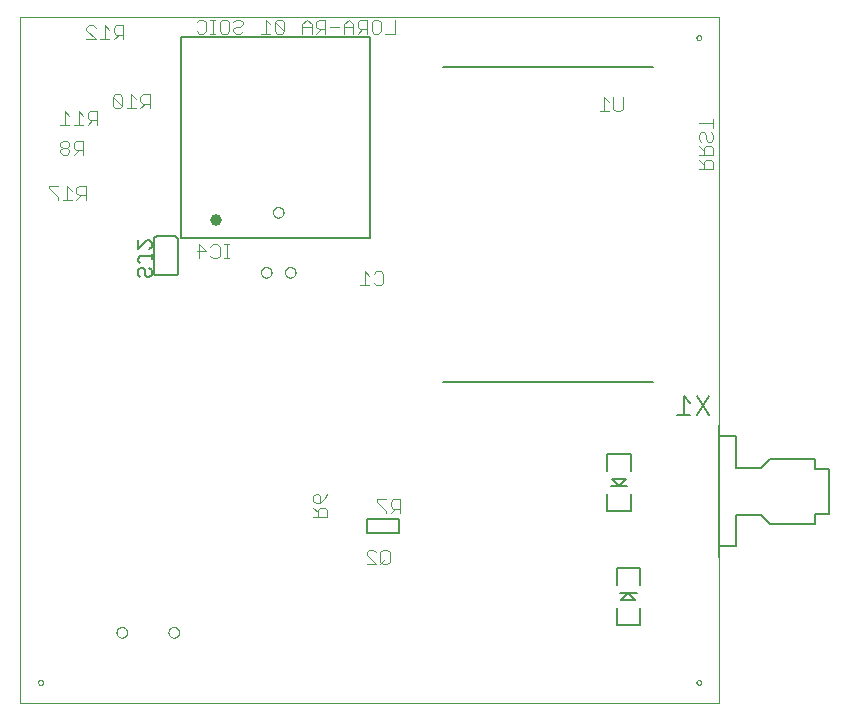
<source format=gbo>
G04 EAGLE Gerber X2 export*
G75*
%MOMM*%
%FSLAX34Y34*%
%LPD*%
%AMOC8*
5,1,8,0,0,1.08239X$1,22.5*%
G01*
%ADD10C,0.000000*%
%ADD11C,0.203200*%
%ADD12C,0.101600*%
%ADD13C,0.127000*%
%ADD14C,1.000000*%
%ADD15C,0.152400*%


D10*
X0Y0D02*
X591820Y0D01*
X591820Y580390D01*
X0Y580390D01*
X0Y0D01*
X572516Y17272D02*
X572518Y17362D01*
X572524Y17452D01*
X572534Y17541D01*
X572548Y17630D01*
X572566Y17718D01*
X572587Y17805D01*
X572613Y17891D01*
X572642Y17976D01*
X572675Y18060D01*
X572712Y18142D01*
X572752Y18222D01*
X572796Y18301D01*
X572843Y18377D01*
X572894Y18452D01*
X572947Y18524D01*
X573004Y18593D01*
X573064Y18660D01*
X573127Y18725D01*
X573193Y18786D01*
X573261Y18845D01*
X573332Y18900D01*
X573405Y18952D01*
X573481Y19001D01*
X573558Y19047D01*
X573638Y19089D01*
X573719Y19127D01*
X573802Y19162D01*
X573886Y19193D01*
X573972Y19221D01*
X574058Y19244D01*
X574146Y19264D01*
X574235Y19280D01*
X574324Y19292D01*
X574413Y19300D01*
X574503Y19304D01*
X574593Y19304D01*
X574683Y19300D01*
X574772Y19292D01*
X574861Y19280D01*
X574950Y19264D01*
X575038Y19244D01*
X575124Y19221D01*
X575210Y19193D01*
X575294Y19162D01*
X575377Y19127D01*
X575458Y19089D01*
X575538Y19047D01*
X575615Y19001D01*
X575691Y18952D01*
X575764Y18900D01*
X575835Y18845D01*
X575903Y18786D01*
X575969Y18725D01*
X576032Y18660D01*
X576092Y18593D01*
X576149Y18524D01*
X576202Y18452D01*
X576253Y18377D01*
X576300Y18301D01*
X576344Y18222D01*
X576384Y18142D01*
X576421Y18060D01*
X576454Y17976D01*
X576483Y17891D01*
X576509Y17805D01*
X576530Y17718D01*
X576548Y17630D01*
X576562Y17541D01*
X576572Y17452D01*
X576578Y17362D01*
X576580Y17272D01*
X576578Y17182D01*
X576572Y17092D01*
X576562Y17003D01*
X576548Y16914D01*
X576530Y16826D01*
X576509Y16739D01*
X576483Y16653D01*
X576454Y16568D01*
X576421Y16484D01*
X576384Y16402D01*
X576344Y16322D01*
X576300Y16243D01*
X576253Y16167D01*
X576202Y16092D01*
X576149Y16020D01*
X576092Y15951D01*
X576032Y15884D01*
X575969Y15819D01*
X575903Y15758D01*
X575835Y15699D01*
X575764Y15644D01*
X575691Y15592D01*
X575615Y15543D01*
X575538Y15497D01*
X575458Y15455D01*
X575377Y15417D01*
X575294Y15382D01*
X575210Y15351D01*
X575124Y15323D01*
X575038Y15300D01*
X574950Y15280D01*
X574861Y15264D01*
X574772Y15252D01*
X574683Y15244D01*
X574593Y15240D01*
X574503Y15240D01*
X574413Y15244D01*
X574324Y15252D01*
X574235Y15264D01*
X574146Y15280D01*
X574058Y15300D01*
X573972Y15323D01*
X573886Y15351D01*
X573802Y15382D01*
X573719Y15417D01*
X573638Y15455D01*
X573558Y15497D01*
X573481Y15543D01*
X573405Y15592D01*
X573332Y15644D01*
X573261Y15699D01*
X573193Y15758D01*
X573127Y15819D01*
X573064Y15884D01*
X573004Y15951D01*
X572947Y16020D01*
X572894Y16092D01*
X572843Y16167D01*
X572796Y16243D01*
X572752Y16322D01*
X572712Y16402D01*
X572675Y16484D01*
X572642Y16568D01*
X572613Y16653D01*
X572587Y16739D01*
X572566Y16826D01*
X572548Y16914D01*
X572534Y17003D01*
X572524Y17092D01*
X572518Y17182D01*
X572516Y17272D01*
X15240Y17272D02*
X15242Y17362D01*
X15248Y17452D01*
X15258Y17541D01*
X15272Y17630D01*
X15290Y17718D01*
X15311Y17805D01*
X15337Y17891D01*
X15366Y17976D01*
X15399Y18060D01*
X15436Y18142D01*
X15476Y18222D01*
X15520Y18301D01*
X15567Y18377D01*
X15618Y18452D01*
X15671Y18524D01*
X15728Y18593D01*
X15788Y18660D01*
X15851Y18725D01*
X15917Y18786D01*
X15985Y18845D01*
X16056Y18900D01*
X16129Y18952D01*
X16205Y19001D01*
X16282Y19047D01*
X16362Y19089D01*
X16443Y19127D01*
X16526Y19162D01*
X16610Y19193D01*
X16696Y19221D01*
X16782Y19244D01*
X16870Y19264D01*
X16959Y19280D01*
X17048Y19292D01*
X17137Y19300D01*
X17227Y19304D01*
X17317Y19304D01*
X17407Y19300D01*
X17496Y19292D01*
X17585Y19280D01*
X17674Y19264D01*
X17762Y19244D01*
X17848Y19221D01*
X17934Y19193D01*
X18018Y19162D01*
X18101Y19127D01*
X18182Y19089D01*
X18262Y19047D01*
X18339Y19001D01*
X18415Y18952D01*
X18488Y18900D01*
X18559Y18845D01*
X18627Y18786D01*
X18693Y18725D01*
X18756Y18660D01*
X18816Y18593D01*
X18873Y18524D01*
X18926Y18452D01*
X18977Y18377D01*
X19024Y18301D01*
X19068Y18222D01*
X19108Y18142D01*
X19145Y18060D01*
X19178Y17976D01*
X19207Y17891D01*
X19233Y17805D01*
X19254Y17718D01*
X19272Y17630D01*
X19286Y17541D01*
X19296Y17452D01*
X19302Y17362D01*
X19304Y17272D01*
X19302Y17182D01*
X19296Y17092D01*
X19286Y17003D01*
X19272Y16914D01*
X19254Y16826D01*
X19233Y16739D01*
X19207Y16653D01*
X19178Y16568D01*
X19145Y16484D01*
X19108Y16402D01*
X19068Y16322D01*
X19024Y16243D01*
X18977Y16167D01*
X18926Y16092D01*
X18873Y16020D01*
X18816Y15951D01*
X18756Y15884D01*
X18693Y15819D01*
X18627Y15758D01*
X18559Y15699D01*
X18488Y15644D01*
X18415Y15592D01*
X18339Y15543D01*
X18262Y15497D01*
X18182Y15455D01*
X18101Y15417D01*
X18018Y15382D01*
X17934Y15351D01*
X17848Y15323D01*
X17762Y15300D01*
X17674Y15280D01*
X17585Y15264D01*
X17496Y15252D01*
X17407Y15244D01*
X17317Y15240D01*
X17227Y15240D01*
X17137Y15244D01*
X17048Y15252D01*
X16959Y15264D01*
X16870Y15280D01*
X16782Y15300D01*
X16696Y15323D01*
X16610Y15351D01*
X16526Y15382D01*
X16443Y15417D01*
X16362Y15455D01*
X16282Y15497D01*
X16205Y15543D01*
X16129Y15592D01*
X16056Y15644D01*
X15985Y15699D01*
X15917Y15758D01*
X15851Y15819D01*
X15788Y15884D01*
X15728Y15951D01*
X15671Y16020D01*
X15618Y16092D01*
X15567Y16167D01*
X15520Y16243D01*
X15476Y16322D01*
X15436Y16402D01*
X15399Y16484D01*
X15366Y16568D01*
X15337Y16653D01*
X15311Y16739D01*
X15290Y16826D01*
X15272Y16914D01*
X15258Y17003D01*
X15248Y17092D01*
X15242Y17182D01*
X15240Y17272D01*
X572516Y563118D02*
X572518Y563208D01*
X572524Y563298D01*
X572534Y563387D01*
X572548Y563476D01*
X572566Y563564D01*
X572587Y563651D01*
X572613Y563737D01*
X572642Y563822D01*
X572675Y563906D01*
X572712Y563988D01*
X572752Y564068D01*
X572796Y564147D01*
X572843Y564223D01*
X572894Y564298D01*
X572947Y564370D01*
X573004Y564439D01*
X573064Y564506D01*
X573127Y564571D01*
X573193Y564632D01*
X573261Y564691D01*
X573332Y564746D01*
X573405Y564798D01*
X573481Y564847D01*
X573558Y564893D01*
X573638Y564935D01*
X573719Y564973D01*
X573802Y565008D01*
X573886Y565039D01*
X573972Y565067D01*
X574058Y565090D01*
X574146Y565110D01*
X574235Y565126D01*
X574324Y565138D01*
X574413Y565146D01*
X574503Y565150D01*
X574593Y565150D01*
X574683Y565146D01*
X574772Y565138D01*
X574861Y565126D01*
X574950Y565110D01*
X575038Y565090D01*
X575124Y565067D01*
X575210Y565039D01*
X575294Y565008D01*
X575377Y564973D01*
X575458Y564935D01*
X575538Y564893D01*
X575615Y564847D01*
X575691Y564798D01*
X575764Y564746D01*
X575835Y564691D01*
X575903Y564632D01*
X575969Y564571D01*
X576032Y564506D01*
X576092Y564439D01*
X576149Y564370D01*
X576202Y564298D01*
X576253Y564223D01*
X576300Y564147D01*
X576344Y564068D01*
X576384Y563988D01*
X576421Y563906D01*
X576454Y563822D01*
X576483Y563737D01*
X576509Y563651D01*
X576530Y563564D01*
X576548Y563476D01*
X576562Y563387D01*
X576572Y563298D01*
X576578Y563208D01*
X576580Y563118D01*
X576578Y563028D01*
X576572Y562938D01*
X576562Y562849D01*
X576548Y562760D01*
X576530Y562672D01*
X576509Y562585D01*
X576483Y562499D01*
X576454Y562414D01*
X576421Y562330D01*
X576384Y562248D01*
X576344Y562168D01*
X576300Y562089D01*
X576253Y562013D01*
X576202Y561938D01*
X576149Y561866D01*
X576092Y561797D01*
X576032Y561730D01*
X575969Y561665D01*
X575903Y561604D01*
X575835Y561545D01*
X575764Y561490D01*
X575691Y561438D01*
X575615Y561389D01*
X575538Y561343D01*
X575458Y561301D01*
X575377Y561263D01*
X575294Y561228D01*
X575210Y561197D01*
X575124Y561169D01*
X575038Y561146D01*
X574950Y561126D01*
X574861Y561110D01*
X574772Y561098D01*
X574683Y561090D01*
X574593Y561086D01*
X574503Y561086D01*
X574413Y561090D01*
X574324Y561098D01*
X574235Y561110D01*
X574146Y561126D01*
X574058Y561146D01*
X573972Y561169D01*
X573886Y561197D01*
X573802Y561228D01*
X573719Y561263D01*
X573638Y561301D01*
X573558Y561343D01*
X573481Y561389D01*
X573405Y561438D01*
X573332Y561490D01*
X573261Y561545D01*
X573193Y561604D01*
X573127Y561665D01*
X573064Y561730D01*
X573004Y561797D01*
X572947Y561866D01*
X572894Y561938D01*
X572843Y562013D01*
X572796Y562089D01*
X572752Y562168D01*
X572712Y562248D01*
X572675Y562330D01*
X572642Y562414D01*
X572613Y562499D01*
X572587Y562585D01*
X572566Y562672D01*
X572548Y562760D01*
X572534Y562849D01*
X572524Y562938D01*
X572518Y563028D01*
X572516Y563118D01*
X213995Y415290D02*
X213997Y415423D01*
X214003Y415556D01*
X214013Y415688D01*
X214027Y415821D01*
X214045Y415952D01*
X214066Y416084D01*
X214092Y416214D01*
X214122Y416344D01*
X214155Y416473D01*
X214192Y416600D01*
X214234Y416727D01*
X214278Y416852D01*
X214327Y416976D01*
X214379Y417098D01*
X214435Y417219D01*
X214495Y417338D01*
X214558Y417455D01*
X214624Y417570D01*
X214694Y417683D01*
X214767Y417794D01*
X214844Y417903D01*
X214924Y418009D01*
X215007Y418113D01*
X215093Y418215D01*
X215182Y418313D01*
X215273Y418409D01*
X215368Y418503D01*
X215466Y418593D01*
X215566Y418681D01*
X215669Y418765D01*
X215774Y418847D01*
X215881Y418925D01*
X215991Y419000D01*
X216103Y419071D01*
X216218Y419139D01*
X216334Y419204D01*
X216452Y419266D01*
X216572Y419323D01*
X216693Y419377D01*
X216816Y419428D01*
X216941Y419474D01*
X217066Y419517D01*
X217194Y419557D01*
X217322Y419592D01*
X217451Y419624D01*
X217581Y419651D01*
X217712Y419675D01*
X217843Y419695D01*
X217975Y419711D01*
X218108Y419723D01*
X218241Y419731D01*
X218374Y419735D01*
X218506Y419735D01*
X218639Y419731D01*
X218772Y419723D01*
X218905Y419711D01*
X219037Y419695D01*
X219168Y419675D01*
X219299Y419651D01*
X219429Y419624D01*
X219558Y419592D01*
X219686Y419557D01*
X219814Y419517D01*
X219939Y419474D01*
X220064Y419428D01*
X220187Y419377D01*
X220308Y419323D01*
X220428Y419266D01*
X220546Y419204D01*
X220663Y419139D01*
X220777Y419071D01*
X220889Y419000D01*
X220999Y418925D01*
X221106Y418847D01*
X221211Y418765D01*
X221314Y418681D01*
X221414Y418593D01*
X221512Y418503D01*
X221607Y418409D01*
X221698Y418313D01*
X221787Y418215D01*
X221873Y418113D01*
X221956Y418009D01*
X222036Y417903D01*
X222113Y417794D01*
X222186Y417683D01*
X222256Y417570D01*
X222322Y417455D01*
X222385Y417338D01*
X222445Y417219D01*
X222501Y417098D01*
X222553Y416976D01*
X222602Y416852D01*
X222646Y416727D01*
X222688Y416600D01*
X222725Y416473D01*
X222758Y416344D01*
X222788Y416214D01*
X222814Y416084D01*
X222835Y415952D01*
X222853Y415821D01*
X222867Y415688D01*
X222877Y415556D01*
X222883Y415423D01*
X222885Y415290D01*
X222883Y415157D01*
X222877Y415024D01*
X222867Y414892D01*
X222853Y414759D01*
X222835Y414628D01*
X222814Y414496D01*
X222788Y414366D01*
X222758Y414236D01*
X222725Y414107D01*
X222688Y413980D01*
X222646Y413853D01*
X222602Y413728D01*
X222553Y413604D01*
X222501Y413482D01*
X222445Y413361D01*
X222385Y413242D01*
X222322Y413125D01*
X222256Y413010D01*
X222186Y412897D01*
X222113Y412786D01*
X222036Y412677D01*
X221956Y412571D01*
X221873Y412467D01*
X221787Y412365D01*
X221698Y412267D01*
X221607Y412171D01*
X221512Y412077D01*
X221414Y411987D01*
X221314Y411899D01*
X221211Y411815D01*
X221106Y411733D01*
X220999Y411655D01*
X220889Y411580D01*
X220777Y411509D01*
X220662Y411441D01*
X220546Y411376D01*
X220428Y411314D01*
X220308Y411257D01*
X220187Y411203D01*
X220064Y411152D01*
X219939Y411106D01*
X219814Y411063D01*
X219686Y411023D01*
X219558Y410988D01*
X219429Y410956D01*
X219299Y410929D01*
X219168Y410905D01*
X219037Y410885D01*
X218905Y410869D01*
X218772Y410857D01*
X218639Y410849D01*
X218506Y410845D01*
X218374Y410845D01*
X218241Y410849D01*
X218108Y410857D01*
X217975Y410869D01*
X217843Y410885D01*
X217712Y410905D01*
X217581Y410929D01*
X217451Y410956D01*
X217322Y410988D01*
X217194Y411023D01*
X217066Y411063D01*
X216941Y411106D01*
X216816Y411152D01*
X216693Y411203D01*
X216572Y411257D01*
X216452Y411314D01*
X216334Y411376D01*
X216217Y411441D01*
X216103Y411509D01*
X215991Y411580D01*
X215881Y411655D01*
X215774Y411733D01*
X215669Y411815D01*
X215566Y411899D01*
X215466Y411987D01*
X215368Y412077D01*
X215273Y412171D01*
X215182Y412267D01*
X215093Y412365D01*
X215007Y412467D01*
X214924Y412571D01*
X214844Y412677D01*
X214767Y412786D01*
X214694Y412897D01*
X214624Y413010D01*
X214558Y413125D01*
X214495Y413242D01*
X214435Y413361D01*
X214379Y413482D01*
X214327Y413604D01*
X214278Y413728D01*
X214234Y413853D01*
X214192Y413980D01*
X214155Y414107D01*
X214122Y414236D01*
X214092Y414366D01*
X214066Y414496D01*
X214045Y414628D01*
X214027Y414759D01*
X214013Y414892D01*
X214003Y415024D01*
X213997Y415157D01*
X213995Y415290D01*
X203835Y364490D02*
X203837Y364623D01*
X203843Y364756D01*
X203853Y364888D01*
X203867Y365021D01*
X203885Y365152D01*
X203906Y365284D01*
X203932Y365414D01*
X203962Y365544D01*
X203995Y365673D01*
X204032Y365800D01*
X204074Y365927D01*
X204118Y366052D01*
X204167Y366176D01*
X204219Y366298D01*
X204275Y366419D01*
X204335Y366538D01*
X204398Y366655D01*
X204464Y366770D01*
X204534Y366883D01*
X204607Y366994D01*
X204684Y367103D01*
X204764Y367209D01*
X204847Y367313D01*
X204933Y367415D01*
X205022Y367513D01*
X205113Y367609D01*
X205208Y367703D01*
X205306Y367793D01*
X205406Y367881D01*
X205509Y367965D01*
X205614Y368047D01*
X205721Y368125D01*
X205831Y368200D01*
X205943Y368271D01*
X206058Y368339D01*
X206174Y368404D01*
X206292Y368466D01*
X206412Y368523D01*
X206533Y368577D01*
X206656Y368628D01*
X206781Y368674D01*
X206906Y368717D01*
X207034Y368757D01*
X207162Y368792D01*
X207291Y368824D01*
X207421Y368851D01*
X207552Y368875D01*
X207683Y368895D01*
X207815Y368911D01*
X207948Y368923D01*
X208081Y368931D01*
X208214Y368935D01*
X208346Y368935D01*
X208479Y368931D01*
X208612Y368923D01*
X208745Y368911D01*
X208877Y368895D01*
X209008Y368875D01*
X209139Y368851D01*
X209269Y368824D01*
X209398Y368792D01*
X209526Y368757D01*
X209654Y368717D01*
X209779Y368674D01*
X209904Y368628D01*
X210027Y368577D01*
X210148Y368523D01*
X210268Y368466D01*
X210386Y368404D01*
X210503Y368339D01*
X210617Y368271D01*
X210729Y368200D01*
X210839Y368125D01*
X210946Y368047D01*
X211051Y367965D01*
X211154Y367881D01*
X211254Y367793D01*
X211352Y367703D01*
X211447Y367609D01*
X211538Y367513D01*
X211627Y367415D01*
X211713Y367313D01*
X211796Y367209D01*
X211876Y367103D01*
X211953Y366994D01*
X212026Y366883D01*
X212096Y366770D01*
X212162Y366655D01*
X212225Y366538D01*
X212285Y366419D01*
X212341Y366298D01*
X212393Y366176D01*
X212442Y366052D01*
X212486Y365927D01*
X212528Y365800D01*
X212565Y365673D01*
X212598Y365544D01*
X212628Y365414D01*
X212654Y365284D01*
X212675Y365152D01*
X212693Y365021D01*
X212707Y364888D01*
X212717Y364756D01*
X212723Y364623D01*
X212725Y364490D01*
X212723Y364357D01*
X212717Y364224D01*
X212707Y364092D01*
X212693Y363959D01*
X212675Y363828D01*
X212654Y363696D01*
X212628Y363566D01*
X212598Y363436D01*
X212565Y363307D01*
X212528Y363180D01*
X212486Y363053D01*
X212442Y362928D01*
X212393Y362804D01*
X212341Y362682D01*
X212285Y362561D01*
X212225Y362442D01*
X212162Y362325D01*
X212096Y362210D01*
X212026Y362097D01*
X211953Y361986D01*
X211876Y361877D01*
X211796Y361771D01*
X211713Y361667D01*
X211627Y361565D01*
X211538Y361467D01*
X211447Y361371D01*
X211352Y361277D01*
X211254Y361187D01*
X211154Y361099D01*
X211051Y361015D01*
X210946Y360933D01*
X210839Y360855D01*
X210729Y360780D01*
X210617Y360709D01*
X210502Y360641D01*
X210386Y360576D01*
X210268Y360514D01*
X210148Y360457D01*
X210027Y360403D01*
X209904Y360352D01*
X209779Y360306D01*
X209654Y360263D01*
X209526Y360223D01*
X209398Y360188D01*
X209269Y360156D01*
X209139Y360129D01*
X209008Y360105D01*
X208877Y360085D01*
X208745Y360069D01*
X208612Y360057D01*
X208479Y360049D01*
X208346Y360045D01*
X208214Y360045D01*
X208081Y360049D01*
X207948Y360057D01*
X207815Y360069D01*
X207683Y360085D01*
X207552Y360105D01*
X207421Y360129D01*
X207291Y360156D01*
X207162Y360188D01*
X207034Y360223D01*
X206906Y360263D01*
X206781Y360306D01*
X206656Y360352D01*
X206533Y360403D01*
X206412Y360457D01*
X206292Y360514D01*
X206174Y360576D01*
X206057Y360641D01*
X205943Y360709D01*
X205831Y360780D01*
X205721Y360855D01*
X205614Y360933D01*
X205509Y361015D01*
X205406Y361099D01*
X205306Y361187D01*
X205208Y361277D01*
X205113Y361371D01*
X205022Y361467D01*
X204933Y361565D01*
X204847Y361667D01*
X204764Y361771D01*
X204684Y361877D01*
X204607Y361986D01*
X204534Y362097D01*
X204464Y362210D01*
X204398Y362325D01*
X204335Y362442D01*
X204275Y362561D01*
X204219Y362682D01*
X204167Y362804D01*
X204118Y362928D01*
X204074Y363053D01*
X204032Y363180D01*
X203995Y363307D01*
X203962Y363436D01*
X203932Y363566D01*
X203906Y363696D01*
X203885Y363828D01*
X203867Y363959D01*
X203853Y364092D01*
X203843Y364224D01*
X203837Y364357D01*
X203835Y364490D01*
X224155Y364490D02*
X224157Y364623D01*
X224163Y364756D01*
X224173Y364888D01*
X224187Y365021D01*
X224205Y365152D01*
X224226Y365284D01*
X224252Y365414D01*
X224282Y365544D01*
X224315Y365673D01*
X224352Y365800D01*
X224394Y365927D01*
X224438Y366052D01*
X224487Y366176D01*
X224539Y366298D01*
X224595Y366419D01*
X224655Y366538D01*
X224718Y366655D01*
X224784Y366770D01*
X224854Y366883D01*
X224927Y366994D01*
X225004Y367103D01*
X225084Y367209D01*
X225167Y367313D01*
X225253Y367415D01*
X225342Y367513D01*
X225433Y367609D01*
X225528Y367703D01*
X225626Y367793D01*
X225726Y367881D01*
X225829Y367965D01*
X225934Y368047D01*
X226041Y368125D01*
X226151Y368200D01*
X226263Y368271D01*
X226378Y368339D01*
X226494Y368404D01*
X226612Y368466D01*
X226732Y368523D01*
X226853Y368577D01*
X226976Y368628D01*
X227101Y368674D01*
X227226Y368717D01*
X227354Y368757D01*
X227482Y368792D01*
X227611Y368824D01*
X227741Y368851D01*
X227872Y368875D01*
X228003Y368895D01*
X228135Y368911D01*
X228268Y368923D01*
X228401Y368931D01*
X228534Y368935D01*
X228666Y368935D01*
X228799Y368931D01*
X228932Y368923D01*
X229065Y368911D01*
X229197Y368895D01*
X229328Y368875D01*
X229459Y368851D01*
X229589Y368824D01*
X229718Y368792D01*
X229846Y368757D01*
X229974Y368717D01*
X230099Y368674D01*
X230224Y368628D01*
X230347Y368577D01*
X230468Y368523D01*
X230588Y368466D01*
X230706Y368404D01*
X230823Y368339D01*
X230937Y368271D01*
X231049Y368200D01*
X231159Y368125D01*
X231266Y368047D01*
X231371Y367965D01*
X231474Y367881D01*
X231574Y367793D01*
X231672Y367703D01*
X231767Y367609D01*
X231858Y367513D01*
X231947Y367415D01*
X232033Y367313D01*
X232116Y367209D01*
X232196Y367103D01*
X232273Y366994D01*
X232346Y366883D01*
X232416Y366770D01*
X232482Y366655D01*
X232545Y366538D01*
X232605Y366419D01*
X232661Y366298D01*
X232713Y366176D01*
X232762Y366052D01*
X232806Y365927D01*
X232848Y365800D01*
X232885Y365673D01*
X232918Y365544D01*
X232948Y365414D01*
X232974Y365284D01*
X232995Y365152D01*
X233013Y365021D01*
X233027Y364888D01*
X233037Y364756D01*
X233043Y364623D01*
X233045Y364490D01*
X233043Y364357D01*
X233037Y364224D01*
X233027Y364092D01*
X233013Y363959D01*
X232995Y363828D01*
X232974Y363696D01*
X232948Y363566D01*
X232918Y363436D01*
X232885Y363307D01*
X232848Y363180D01*
X232806Y363053D01*
X232762Y362928D01*
X232713Y362804D01*
X232661Y362682D01*
X232605Y362561D01*
X232545Y362442D01*
X232482Y362325D01*
X232416Y362210D01*
X232346Y362097D01*
X232273Y361986D01*
X232196Y361877D01*
X232116Y361771D01*
X232033Y361667D01*
X231947Y361565D01*
X231858Y361467D01*
X231767Y361371D01*
X231672Y361277D01*
X231574Y361187D01*
X231474Y361099D01*
X231371Y361015D01*
X231266Y360933D01*
X231159Y360855D01*
X231049Y360780D01*
X230937Y360709D01*
X230822Y360641D01*
X230706Y360576D01*
X230588Y360514D01*
X230468Y360457D01*
X230347Y360403D01*
X230224Y360352D01*
X230099Y360306D01*
X229974Y360263D01*
X229846Y360223D01*
X229718Y360188D01*
X229589Y360156D01*
X229459Y360129D01*
X229328Y360105D01*
X229197Y360085D01*
X229065Y360069D01*
X228932Y360057D01*
X228799Y360049D01*
X228666Y360045D01*
X228534Y360045D01*
X228401Y360049D01*
X228268Y360057D01*
X228135Y360069D01*
X228003Y360085D01*
X227872Y360105D01*
X227741Y360129D01*
X227611Y360156D01*
X227482Y360188D01*
X227354Y360223D01*
X227226Y360263D01*
X227101Y360306D01*
X226976Y360352D01*
X226853Y360403D01*
X226732Y360457D01*
X226612Y360514D01*
X226494Y360576D01*
X226377Y360641D01*
X226263Y360709D01*
X226151Y360780D01*
X226041Y360855D01*
X225934Y360933D01*
X225829Y361015D01*
X225726Y361099D01*
X225626Y361187D01*
X225528Y361277D01*
X225433Y361371D01*
X225342Y361467D01*
X225253Y361565D01*
X225167Y361667D01*
X225084Y361771D01*
X225004Y361877D01*
X224927Y361986D01*
X224854Y362097D01*
X224784Y362210D01*
X224718Y362325D01*
X224655Y362442D01*
X224595Y362561D01*
X224539Y362682D01*
X224487Y362804D01*
X224438Y362928D01*
X224394Y363053D01*
X224352Y363180D01*
X224315Y363307D01*
X224282Y363436D01*
X224252Y363566D01*
X224226Y363696D01*
X224205Y363828D01*
X224187Y363959D01*
X224173Y364092D01*
X224163Y364224D01*
X224157Y364357D01*
X224155Y364490D01*
D11*
X524858Y79916D02*
X524858Y65916D01*
X504858Y65916D01*
X504858Y79916D01*
X524858Y99916D02*
X524858Y113916D01*
X504858Y113916D01*
X504858Y99916D01*
X514858Y92916D02*
X521858Y92916D01*
X514858Y92916D02*
X507858Y92916D01*
X514858Y92916D02*
X520858Y86916D01*
X508858Y86916D01*
X514858Y92916D01*
X496984Y196436D02*
X496984Y210436D01*
X516984Y210436D01*
X516984Y196436D01*
X496984Y176436D02*
X496984Y162436D01*
X516984Y162436D01*
X516984Y176436D01*
X506984Y183436D02*
X499984Y183436D01*
X506984Y183436D02*
X513984Y183436D01*
X506984Y183436D02*
X500984Y189436D01*
X512984Y189436D01*
X506984Y183436D01*
D10*
X81450Y59690D02*
X81452Y59824D01*
X81458Y59958D01*
X81468Y60091D01*
X81482Y60225D01*
X81500Y60358D01*
X81522Y60490D01*
X81547Y60621D01*
X81577Y60752D01*
X81611Y60882D01*
X81648Y61010D01*
X81689Y61138D01*
X81734Y61264D01*
X81783Y61389D01*
X81835Y61512D01*
X81891Y61634D01*
X81951Y61754D01*
X82014Y61872D01*
X82081Y61988D01*
X82151Y62102D01*
X82225Y62214D01*
X82302Y62324D01*
X82382Y62432D01*
X82465Y62537D01*
X82551Y62639D01*
X82640Y62739D01*
X82733Y62836D01*
X82828Y62931D01*
X82926Y63022D01*
X83026Y63111D01*
X83129Y63196D01*
X83235Y63279D01*
X83343Y63358D01*
X83453Y63434D01*
X83566Y63507D01*
X83681Y63576D01*
X83797Y63642D01*
X83916Y63704D01*
X84036Y63763D01*
X84159Y63818D01*
X84282Y63870D01*
X84407Y63917D01*
X84534Y63961D01*
X84662Y64002D01*
X84791Y64038D01*
X84921Y64071D01*
X85052Y64099D01*
X85183Y64124D01*
X85316Y64145D01*
X85449Y64162D01*
X85582Y64175D01*
X85716Y64184D01*
X85850Y64189D01*
X85984Y64190D01*
X86117Y64187D01*
X86251Y64180D01*
X86385Y64169D01*
X86518Y64154D01*
X86651Y64135D01*
X86783Y64112D01*
X86914Y64086D01*
X87044Y64055D01*
X87174Y64020D01*
X87302Y63982D01*
X87429Y63940D01*
X87555Y63894D01*
X87680Y63844D01*
X87803Y63791D01*
X87924Y63734D01*
X88044Y63673D01*
X88161Y63609D01*
X88277Y63542D01*
X88391Y63471D01*
X88502Y63396D01*
X88611Y63319D01*
X88718Y63238D01*
X88823Y63154D01*
X88924Y63067D01*
X89024Y62977D01*
X89120Y62884D01*
X89214Y62788D01*
X89305Y62689D01*
X89392Y62588D01*
X89477Y62484D01*
X89559Y62378D01*
X89637Y62270D01*
X89712Y62159D01*
X89784Y62046D01*
X89853Y61930D01*
X89918Y61813D01*
X89979Y61694D01*
X90037Y61573D01*
X90091Y61451D01*
X90142Y61327D01*
X90189Y61201D01*
X90232Y61074D01*
X90271Y60946D01*
X90307Y60817D01*
X90338Y60687D01*
X90366Y60556D01*
X90390Y60424D01*
X90410Y60291D01*
X90426Y60158D01*
X90438Y60025D01*
X90446Y59891D01*
X90450Y59757D01*
X90450Y59623D01*
X90446Y59489D01*
X90438Y59355D01*
X90426Y59222D01*
X90410Y59089D01*
X90390Y58956D01*
X90366Y58824D01*
X90338Y58693D01*
X90307Y58563D01*
X90271Y58434D01*
X90232Y58306D01*
X90189Y58179D01*
X90142Y58053D01*
X90091Y57929D01*
X90037Y57807D01*
X89979Y57686D01*
X89918Y57567D01*
X89853Y57450D01*
X89784Y57334D01*
X89712Y57221D01*
X89637Y57110D01*
X89559Y57002D01*
X89477Y56896D01*
X89392Y56792D01*
X89305Y56691D01*
X89214Y56592D01*
X89120Y56496D01*
X89024Y56403D01*
X88924Y56313D01*
X88823Y56226D01*
X88718Y56142D01*
X88611Y56061D01*
X88502Y55984D01*
X88391Y55909D01*
X88277Y55838D01*
X88161Y55771D01*
X88044Y55707D01*
X87924Y55646D01*
X87803Y55589D01*
X87680Y55536D01*
X87555Y55486D01*
X87429Y55440D01*
X87302Y55398D01*
X87174Y55360D01*
X87044Y55325D01*
X86914Y55294D01*
X86783Y55268D01*
X86651Y55245D01*
X86518Y55226D01*
X86385Y55211D01*
X86251Y55200D01*
X86117Y55193D01*
X85984Y55190D01*
X85850Y55191D01*
X85716Y55196D01*
X85582Y55205D01*
X85449Y55218D01*
X85316Y55235D01*
X85183Y55256D01*
X85052Y55281D01*
X84921Y55309D01*
X84791Y55342D01*
X84662Y55378D01*
X84534Y55419D01*
X84407Y55463D01*
X84282Y55510D01*
X84159Y55562D01*
X84036Y55617D01*
X83916Y55676D01*
X83797Y55738D01*
X83681Y55804D01*
X83566Y55873D01*
X83453Y55946D01*
X83343Y56022D01*
X83235Y56101D01*
X83129Y56184D01*
X83026Y56269D01*
X82926Y56358D01*
X82828Y56449D01*
X82733Y56544D01*
X82640Y56641D01*
X82551Y56741D01*
X82465Y56843D01*
X82382Y56948D01*
X82302Y57056D01*
X82225Y57166D01*
X82151Y57278D01*
X82081Y57392D01*
X82014Y57508D01*
X81951Y57626D01*
X81891Y57746D01*
X81835Y57868D01*
X81783Y57991D01*
X81734Y58116D01*
X81689Y58242D01*
X81648Y58370D01*
X81611Y58498D01*
X81577Y58628D01*
X81547Y58759D01*
X81522Y58890D01*
X81500Y59022D01*
X81482Y59155D01*
X81468Y59289D01*
X81458Y59422D01*
X81452Y59556D01*
X81450Y59690D01*
X125450Y59690D02*
X125452Y59824D01*
X125458Y59958D01*
X125468Y60091D01*
X125482Y60225D01*
X125500Y60358D01*
X125522Y60490D01*
X125547Y60621D01*
X125577Y60752D01*
X125611Y60882D01*
X125648Y61010D01*
X125689Y61138D01*
X125734Y61264D01*
X125783Y61389D01*
X125835Y61512D01*
X125891Y61634D01*
X125951Y61754D01*
X126014Y61872D01*
X126081Y61988D01*
X126151Y62102D01*
X126225Y62214D01*
X126302Y62324D01*
X126382Y62432D01*
X126465Y62537D01*
X126551Y62639D01*
X126640Y62739D01*
X126733Y62836D01*
X126828Y62931D01*
X126926Y63022D01*
X127026Y63111D01*
X127129Y63196D01*
X127235Y63279D01*
X127343Y63358D01*
X127453Y63434D01*
X127566Y63507D01*
X127681Y63576D01*
X127797Y63642D01*
X127916Y63704D01*
X128036Y63763D01*
X128159Y63818D01*
X128282Y63870D01*
X128407Y63917D01*
X128534Y63961D01*
X128662Y64002D01*
X128791Y64038D01*
X128921Y64071D01*
X129052Y64099D01*
X129183Y64124D01*
X129316Y64145D01*
X129449Y64162D01*
X129582Y64175D01*
X129716Y64184D01*
X129850Y64189D01*
X129984Y64190D01*
X130117Y64187D01*
X130251Y64180D01*
X130385Y64169D01*
X130518Y64154D01*
X130651Y64135D01*
X130783Y64112D01*
X130914Y64086D01*
X131044Y64055D01*
X131174Y64020D01*
X131302Y63982D01*
X131429Y63940D01*
X131555Y63894D01*
X131680Y63844D01*
X131803Y63791D01*
X131924Y63734D01*
X132044Y63673D01*
X132161Y63609D01*
X132277Y63542D01*
X132391Y63471D01*
X132502Y63396D01*
X132611Y63319D01*
X132718Y63238D01*
X132823Y63154D01*
X132924Y63067D01*
X133024Y62977D01*
X133120Y62884D01*
X133214Y62788D01*
X133305Y62689D01*
X133392Y62588D01*
X133477Y62484D01*
X133559Y62378D01*
X133637Y62270D01*
X133712Y62159D01*
X133784Y62046D01*
X133853Y61930D01*
X133918Y61813D01*
X133979Y61694D01*
X134037Y61573D01*
X134091Y61451D01*
X134142Y61327D01*
X134189Y61201D01*
X134232Y61074D01*
X134271Y60946D01*
X134307Y60817D01*
X134338Y60687D01*
X134366Y60556D01*
X134390Y60424D01*
X134410Y60291D01*
X134426Y60158D01*
X134438Y60025D01*
X134446Y59891D01*
X134450Y59757D01*
X134450Y59623D01*
X134446Y59489D01*
X134438Y59355D01*
X134426Y59222D01*
X134410Y59089D01*
X134390Y58956D01*
X134366Y58824D01*
X134338Y58693D01*
X134307Y58563D01*
X134271Y58434D01*
X134232Y58306D01*
X134189Y58179D01*
X134142Y58053D01*
X134091Y57929D01*
X134037Y57807D01*
X133979Y57686D01*
X133918Y57567D01*
X133853Y57450D01*
X133784Y57334D01*
X133712Y57221D01*
X133637Y57110D01*
X133559Y57002D01*
X133477Y56896D01*
X133392Y56792D01*
X133305Y56691D01*
X133214Y56592D01*
X133120Y56496D01*
X133024Y56403D01*
X132924Y56313D01*
X132823Y56226D01*
X132718Y56142D01*
X132611Y56061D01*
X132502Y55984D01*
X132391Y55909D01*
X132277Y55838D01*
X132161Y55771D01*
X132044Y55707D01*
X131924Y55646D01*
X131803Y55589D01*
X131680Y55536D01*
X131555Y55486D01*
X131429Y55440D01*
X131302Y55398D01*
X131174Y55360D01*
X131044Y55325D01*
X130914Y55294D01*
X130783Y55268D01*
X130651Y55245D01*
X130518Y55226D01*
X130385Y55211D01*
X130251Y55200D01*
X130117Y55193D01*
X129984Y55190D01*
X129850Y55191D01*
X129716Y55196D01*
X129582Y55205D01*
X129449Y55218D01*
X129316Y55235D01*
X129183Y55256D01*
X129052Y55281D01*
X128921Y55309D01*
X128791Y55342D01*
X128662Y55378D01*
X128534Y55419D01*
X128407Y55463D01*
X128282Y55510D01*
X128159Y55562D01*
X128036Y55617D01*
X127916Y55676D01*
X127797Y55738D01*
X127681Y55804D01*
X127566Y55873D01*
X127453Y55946D01*
X127343Y56022D01*
X127235Y56101D01*
X127129Y56184D01*
X127026Y56269D01*
X126926Y56358D01*
X126828Y56449D01*
X126733Y56544D01*
X126640Y56641D01*
X126551Y56741D01*
X126465Y56843D01*
X126382Y56948D01*
X126302Y57056D01*
X126225Y57166D01*
X126151Y57278D01*
X126081Y57392D01*
X126014Y57508D01*
X125951Y57626D01*
X125891Y57746D01*
X125835Y57868D01*
X125783Y57991D01*
X125734Y58116D01*
X125689Y58242D01*
X125648Y58370D01*
X125611Y58498D01*
X125577Y58628D01*
X125547Y58759D01*
X125522Y58890D01*
X125500Y59022D01*
X125482Y59155D01*
X125468Y59289D01*
X125458Y59422D01*
X125452Y59556D01*
X125450Y59690D01*
D12*
X53360Y464058D02*
X53360Y475752D01*
X47513Y475752D01*
X45564Y473803D01*
X45564Y469905D01*
X47513Y467956D01*
X53360Y467956D01*
X49462Y467956D02*
X45564Y464058D01*
X41666Y473803D02*
X39717Y475752D01*
X35819Y475752D01*
X33870Y473803D01*
X33870Y471854D01*
X35819Y469905D01*
X33870Y467956D01*
X33870Y466007D01*
X35819Y464058D01*
X39717Y464058D01*
X41666Y466007D01*
X41666Y467956D01*
X39717Y469905D01*
X41666Y471854D01*
X41666Y473803D01*
X39717Y469905D02*
X35819Y469905D01*
X109504Y503428D02*
X109504Y515122D01*
X103657Y515122D01*
X101708Y513173D01*
X101708Y509275D01*
X103657Y507326D01*
X109504Y507326D01*
X105606Y507326D02*
X101708Y503428D01*
X97810Y511224D02*
X93912Y515122D01*
X93912Y503428D01*
X97810Y503428D02*
X90014Y503428D01*
X86116Y505377D02*
X86116Y513173D01*
X84167Y515122D01*
X80269Y515122D01*
X78320Y513173D01*
X78320Y505377D01*
X80269Y503428D01*
X84167Y503428D01*
X86116Y505377D01*
X78320Y513173D01*
X65054Y501152D02*
X65054Y489458D01*
X65054Y501152D02*
X59207Y501152D01*
X57258Y499203D01*
X57258Y495305D01*
X59207Y493356D01*
X65054Y493356D01*
X61156Y493356D02*
X57258Y489458D01*
X53360Y497254D02*
X49462Y501152D01*
X49462Y489458D01*
X53360Y489458D02*
X45564Y489458D01*
X41666Y497254D02*
X37768Y501152D01*
X37768Y489458D01*
X41666Y489458D02*
X33870Y489458D01*
X87122Y561848D02*
X87122Y573542D01*
X81275Y573542D01*
X79326Y571593D01*
X79326Y567695D01*
X81275Y565746D01*
X87122Y565746D01*
X83224Y565746D02*
X79326Y561848D01*
X75428Y569644D02*
X71530Y573542D01*
X71530Y561848D01*
X75428Y561848D02*
X67632Y561848D01*
X63734Y561848D02*
X55938Y561848D01*
X63734Y561848D02*
X55938Y569644D01*
X55938Y571593D01*
X57887Y573542D01*
X61785Y573542D01*
X63734Y571593D01*
D13*
X135900Y393790D02*
X295900Y393790D01*
X295900Y563790D01*
X135900Y563790D01*
X135900Y393790D01*
D14*
X165900Y408790D03*
D12*
X172678Y376598D02*
X176576Y376598D01*
X174627Y376598D02*
X174627Y388292D01*
X176576Y388292D02*
X172678Y388292D01*
X162933Y388292D02*
X160984Y386343D01*
X162933Y388292D02*
X166831Y388292D01*
X168780Y386343D01*
X168780Y378547D01*
X166831Y376598D01*
X162933Y376598D01*
X160984Y378547D01*
X151239Y376598D02*
X151239Y388292D01*
X157086Y382445D01*
X149290Y382445D01*
X316904Y566598D02*
X316904Y578292D01*
X316904Y566598D02*
X309108Y566598D01*
X303261Y578292D02*
X299363Y578292D01*
X303261Y578292D02*
X305210Y576343D01*
X305210Y568547D01*
X303261Y566598D01*
X299363Y566598D01*
X297414Y568547D01*
X297414Y576343D01*
X299363Y578292D01*
X293516Y578292D02*
X293516Y566598D01*
X293516Y578292D02*
X287669Y578292D01*
X285720Y576343D01*
X285720Y572445D01*
X287669Y570496D01*
X293516Y570496D01*
X289618Y570496D02*
X285720Y566598D01*
X281822Y566598D02*
X281822Y574394D01*
X277924Y578292D01*
X274026Y574394D01*
X274026Y566598D01*
X274026Y572445D02*
X281822Y572445D01*
X270128Y572445D02*
X262332Y572445D01*
X258434Y566598D02*
X258434Y578292D01*
X252587Y578292D01*
X250638Y576343D01*
X250638Y572445D01*
X252587Y570496D01*
X258434Y570496D01*
X254536Y570496D02*
X250638Y566598D01*
X246740Y566598D02*
X246740Y574394D01*
X242842Y578292D01*
X238944Y574394D01*
X238944Y566598D01*
X238944Y572445D02*
X246740Y572445D01*
X235046Y564649D02*
X227250Y564649D01*
X223352Y568547D02*
X223352Y576343D01*
X221403Y578292D01*
X217505Y578292D01*
X215556Y576343D01*
X215556Y568547D01*
X217505Y566598D01*
X221403Y566598D01*
X223352Y568547D01*
X215556Y576343D01*
X211658Y574394D02*
X207760Y578292D01*
X207760Y566598D01*
X211658Y566598D02*
X203862Y566598D01*
X199964Y564649D02*
X192168Y564649D01*
X180474Y576343D02*
X182423Y578292D01*
X186321Y578292D01*
X188270Y576343D01*
X188270Y574394D01*
X186321Y572445D01*
X182423Y572445D01*
X180474Y570496D01*
X180474Y568547D01*
X182423Y566598D01*
X186321Y566598D01*
X188270Y568547D01*
X174627Y578292D02*
X170729Y578292D01*
X174627Y578292D02*
X176576Y576343D01*
X176576Y568547D01*
X174627Y566598D01*
X170729Y566598D01*
X168780Y568547D01*
X168780Y576343D01*
X170729Y578292D01*
X164882Y566598D02*
X160984Y566598D01*
X162933Y566598D02*
X162933Y578292D01*
X164882Y578292D02*
X160984Y578292D01*
X151239Y578292D02*
X149290Y576343D01*
X151239Y578292D02*
X155137Y578292D01*
X157086Y576343D01*
X157086Y568547D01*
X155137Y566598D01*
X151239Y566598D01*
X149290Y568547D01*
D15*
X133350Y392430D02*
X133350Y364490D01*
X115570Y361950D02*
X115470Y361952D01*
X115371Y361958D01*
X115271Y361968D01*
X115173Y361981D01*
X115074Y361999D01*
X114977Y362020D01*
X114881Y362045D01*
X114785Y362074D01*
X114691Y362107D01*
X114598Y362143D01*
X114507Y362183D01*
X114417Y362227D01*
X114329Y362274D01*
X114243Y362324D01*
X114159Y362378D01*
X114077Y362435D01*
X113998Y362495D01*
X113920Y362559D01*
X113846Y362625D01*
X113774Y362694D01*
X113705Y362766D01*
X113639Y362840D01*
X113575Y362918D01*
X113515Y362997D01*
X113458Y363079D01*
X113404Y363163D01*
X113354Y363249D01*
X113307Y363337D01*
X113263Y363427D01*
X113223Y363518D01*
X113187Y363611D01*
X113154Y363705D01*
X113125Y363801D01*
X113100Y363897D01*
X113079Y363994D01*
X113061Y364093D01*
X113048Y364191D01*
X113038Y364291D01*
X113032Y364390D01*
X113030Y364490D01*
X113030Y392430D02*
X113032Y392530D01*
X113038Y392629D01*
X113048Y392729D01*
X113061Y392827D01*
X113079Y392926D01*
X113100Y393023D01*
X113125Y393119D01*
X113154Y393215D01*
X113187Y393309D01*
X113223Y393402D01*
X113263Y393493D01*
X113307Y393583D01*
X113354Y393671D01*
X113404Y393757D01*
X113458Y393841D01*
X113515Y393923D01*
X113575Y394002D01*
X113639Y394080D01*
X113705Y394154D01*
X113774Y394226D01*
X113846Y394295D01*
X113920Y394361D01*
X113998Y394425D01*
X114077Y394485D01*
X114159Y394542D01*
X114243Y394596D01*
X114329Y394646D01*
X114417Y394693D01*
X114507Y394737D01*
X114598Y394777D01*
X114691Y394813D01*
X114785Y394846D01*
X114881Y394875D01*
X114977Y394900D01*
X115074Y394921D01*
X115173Y394939D01*
X115271Y394952D01*
X115371Y394962D01*
X115470Y394968D01*
X115570Y394970D01*
X130810Y394970D02*
X130910Y394968D01*
X131009Y394962D01*
X131109Y394952D01*
X131207Y394939D01*
X131306Y394921D01*
X131403Y394900D01*
X131499Y394875D01*
X131595Y394846D01*
X131689Y394813D01*
X131782Y394777D01*
X131873Y394737D01*
X131963Y394693D01*
X132051Y394646D01*
X132137Y394596D01*
X132221Y394542D01*
X132303Y394485D01*
X132382Y394425D01*
X132460Y394361D01*
X132534Y394295D01*
X132606Y394226D01*
X132675Y394154D01*
X132741Y394080D01*
X132805Y394002D01*
X132865Y393923D01*
X132922Y393841D01*
X132976Y393757D01*
X133026Y393671D01*
X133073Y393583D01*
X133117Y393493D01*
X133157Y393402D01*
X133193Y393309D01*
X133226Y393215D01*
X133255Y393119D01*
X133280Y393023D01*
X133301Y392926D01*
X133319Y392827D01*
X133332Y392729D01*
X133342Y392629D01*
X133348Y392530D01*
X133350Y392430D01*
X133350Y364490D02*
X133348Y364390D01*
X133342Y364291D01*
X133332Y364191D01*
X133319Y364093D01*
X133301Y363994D01*
X133280Y363897D01*
X133255Y363801D01*
X133226Y363705D01*
X133193Y363611D01*
X133157Y363518D01*
X133117Y363427D01*
X133073Y363337D01*
X133026Y363249D01*
X132976Y363163D01*
X132922Y363079D01*
X132865Y362997D01*
X132805Y362918D01*
X132741Y362840D01*
X132675Y362766D01*
X132606Y362694D01*
X132534Y362625D01*
X132460Y362559D01*
X132382Y362495D01*
X132303Y362435D01*
X132221Y362378D01*
X132137Y362324D01*
X132051Y362274D01*
X131963Y362227D01*
X131873Y362183D01*
X131782Y362143D01*
X131689Y362107D01*
X131595Y362074D01*
X131499Y362045D01*
X131403Y362020D01*
X131306Y361999D01*
X131207Y361981D01*
X131109Y361968D01*
X131009Y361958D01*
X130910Y361952D01*
X130810Y361950D01*
X115570Y361950D01*
X115570Y394970D02*
X130810Y394970D01*
X113030Y392430D02*
X113030Y364490D01*
D13*
X111135Y366243D02*
X109228Y368150D01*
X111135Y366243D02*
X111135Y362430D01*
X109228Y360523D01*
X107322Y360523D01*
X105415Y362430D01*
X105415Y366243D01*
X103508Y368150D01*
X101602Y368150D01*
X99695Y366243D01*
X99695Y362430D01*
X101602Y360523D01*
X101602Y372217D02*
X99695Y374124D01*
X99695Y376030D01*
X101602Y377937D01*
X111135Y377937D01*
X111135Y376030D02*
X111135Y379844D01*
X99695Y383911D02*
X99695Y391537D01*
X99695Y383911D02*
X107322Y391537D01*
X109228Y391537D01*
X111135Y389631D01*
X111135Y385818D01*
X109228Y383911D01*
D12*
X574802Y451866D02*
X586496Y451866D01*
X586496Y457713D01*
X584547Y459662D01*
X580649Y459662D01*
X578700Y457713D01*
X578700Y451866D01*
X578700Y455764D02*
X574802Y459662D01*
X574802Y463560D02*
X586496Y463560D01*
X586496Y469407D01*
X584547Y471356D01*
X580649Y471356D01*
X578700Y469407D01*
X578700Y463560D01*
X578700Y467458D02*
X574802Y471356D01*
X584547Y483050D02*
X586496Y481101D01*
X586496Y477203D01*
X584547Y475254D01*
X582598Y475254D01*
X580649Y477203D01*
X580649Y481101D01*
X578700Y483050D01*
X576751Y483050D01*
X574802Y481101D01*
X574802Y477203D01*
X576751Y475254D01*
X574802Y490846D02*
X586496Y490846D01*
X586496Y486948D02*
X586496Y494744D01*
D13*
X535940Y538480D02*
X357940Y538480D01*
X357940Y271780D02*
X535940Y271780D01*
D12*
X510032Y502837D02*
X510032Y512582D01*
X510032Y502837D02*
X508083Y500888D01*
X504185Y500888D01*
X502236Y502837D01*
X502236Y512582D01*
X498338Y508684D02*
X494440Y512582D01*
X494440Y500888D01*
X498338Y500888D02*
X490542Y500888D01*
D10*
X590550Y234950D02*
X590550Y123190D01*
D11*
X606050Y132570D02*
X606050Y159070D01*
X627550Y159070D01*
X635050Y151570D01*
X673050Y151570D01*
X673050Y160070D01*
X684800Y160070D01*
X684800Y198070D01*
X673050Y198070D01*
X673050Y206570D01*
X635050Y206570D01*
X627550Y199070D01*
X606050Y199070D01*
X606050Y225570D01*
X591550Y217570D02*
X591550Y140570D01*
X591550Y225570D02*
X606050Y225570D01*
X606050Y132570D02*
X591550Y132570D01*
D15*
X572591Y243332D02*
X583438Y259602D01*
X572591Y259602D02*
X583438Y243332D01*
X567066Y254179D02*
X561643Y259602D01*
X561643Y243332D01*
X567066Y243332D02*
X556220Y243332D01*
D12*
X55372Y425958D02*
X55372Y437652D01*
X49525Y437652D01*
X47576Y435703D01*
X47576Y431805D01*
X49525Y429856D01*
X55372Y429856D01*
X51474Y429856D02*
X47576Y425958D01*
X43678Y433754D02*
X39780Y437652D01*
X39780Y425958D01*
X43678Y425958D02*
X35882Y425958D01*
X31984Y437652D02*
X24188Y437652D01*
X24188Y435703D01*
X31984Y427907D01*
X31984Y425958D01*
X299564Y363313D02*
X301513Y365262D01*
X305411Y365262D01*
X307360Y363313D01*
X307360Y355517D01*
X305411Y353568D01*
X301513Y353568D01*
X299564Y355517D01*
X295666Y361364D02*
X291768Y365262D01*
X291768Y353568D01*
X295666Y353568D02*
X287870Y353568D01*
D11*
X320860Y155890D02*
X320860Y143830D01*
X320860Y155890D02*
X293820Y155890D01*
X293820Y143830D01*
X320860Y143830D01*
D12*
X312720Y127413D02*
X312720Y119617D01*
X312720Y127413D02*
X310771Y129362D01*
X306873Y129362D01*
X304924Y127413D01*
X304924Y119617D01*
X306873Y117668D01*
X310771Y117668D01*
X312720Y119617D01*
X308822Y121566D02*
X304924Y117668D01*
X301026Y117668D02*
X293230Y117668D01*
X301026Y117668D02*
X293230Y125464D01*
X293230Y127413D01*
X295179Y129362D01*
X299077Y129362D01*
X301026Y127413D01*
X259852Y157460D02*
X248158Y157460D01*
X259852Y157460D02*
X259852Y163307D01*
X257903Y165256D01*
X254005Y165256D01*
X252056Y163307D01*
X252056Y157460D01*
X252056Y161358D02*
X248158Y165256D01*
X257903Y173052D02*
X259852Y176950D01*
X257903Y173052D02*
X254005Y169154D01*
X250107Y169154D01*
X248158Y171103D01*
X248158Y175001D01*
X250107Y176950D01*
X252056Y176950D01*
X254005Y175001D01*
X254005Y169154D01*
X321330Y172222D02*
X321330Y160528D01*
X321330Y172222D02*
X315483Y172222D01*
X313534Y170273D01*
X313534Y166375D01*
X315483Y164426D01*
X321330Y164426D01*
X317432Y164426D02*
X313534Y160528D01*
X309636Y172222D02*
X301840Y172222D01*
X301840Y170273D01*
X309636Y162477D01*
X309636Y160528D01*
M02*

</source>
